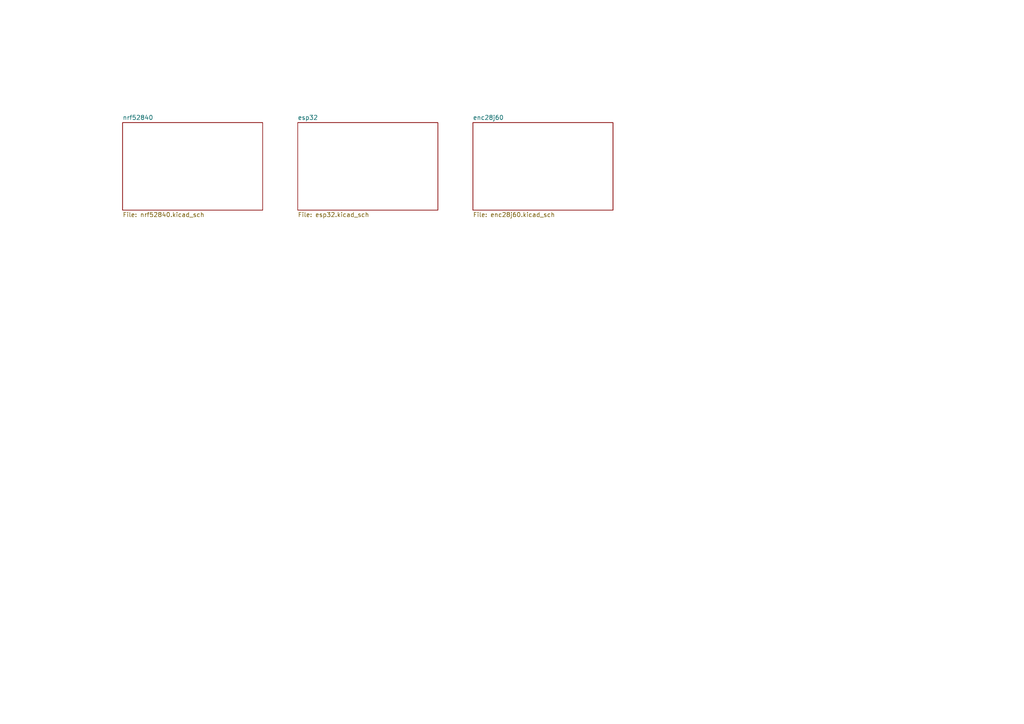
<source format=kicad_sch>
(kicad_sch (version 20230121) (generator eeschema)
  (paper "A4")
  (lib_symbols)
  (sheet (at 86.36 35.56) (size 40.64 25.4)
    (property "Sheetname" "esp32" (at 86.36 34.8484 0) (effects (justify left bottom)))
    (property "Sheetfile" "esp32.kicad_sch" (at 86.36 61.5446 0) (effects (justify left top)))
  )
  (sheet (at 35.56 35.56) (size 40.64 25.4)
    (property "Sheetname" "nrf52840" (at 35.56 34.8484 0) (effects (justify left bottom)))
    (property "Sheetfile" "nrf52840.kicad_sch" (at 35.56 61.5446 0) (effects (justify left top)))
  )
  (sheet (at 137.16 35.56) (size 40.64 25.4)
    (property "Sheetname" "enc28j60" (at 137.16 34.8484 0) (effects (justify left bottom)))
    (property "Sheetfile" "enc28j60.kicad_sch" (at 137.16 61.5446 0) (effects (justify left top)))
  )
)
</source>
